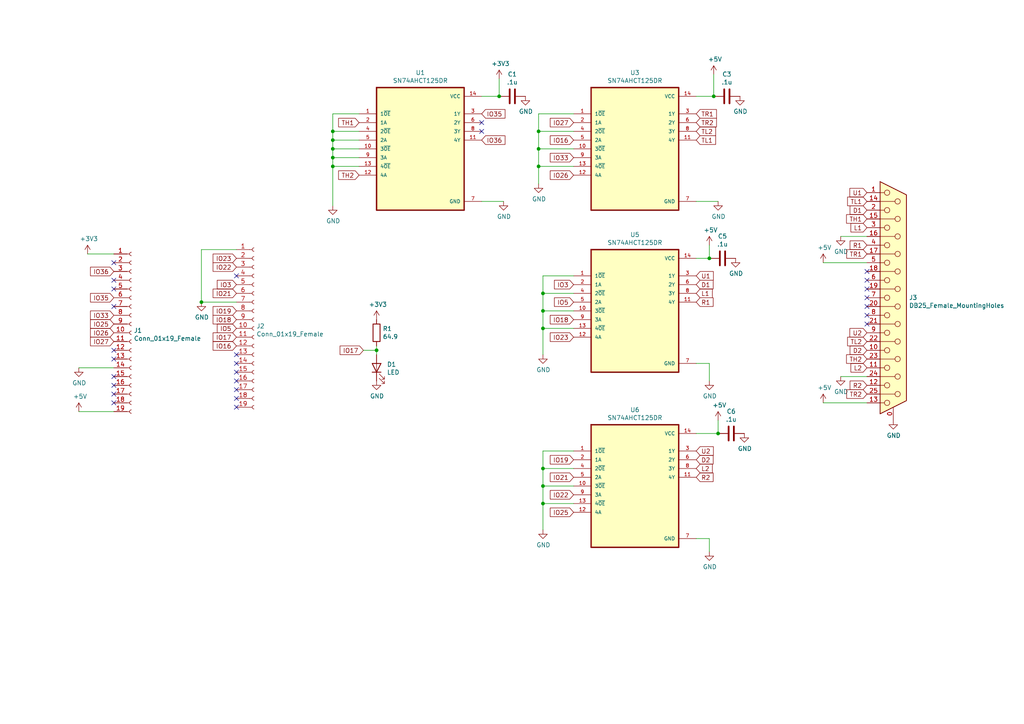
<source format=kicad_sch>
(kicad_sch (version 20211123) (generator eeschema)
  (paper "A4")
  (title_block (title "BlueRetro - Sega Genesis ESP32 Shield") (date "2021-12-26") (rev "1.0") (company "© 2021 Dubesinhower, licensed under CC-BY-4.0"))
  (lib_symbols
    (symbol "Connector:Conn_01x19_Female" (pin_names (offset 1.016) hide)
      (property "Reference" "J" (at 0 25.4 0))
      (property "Value" "Conn_01x19_Female" (at 0 -25.4 0))
      (symbol "Conn_01x19_Female_1_1"
        (arc (start 0 -22.352) (mid -0.508 -22.86) (end 0 -23.368) (stroke (width 0.1524)))
        (arc (start 0 -19.812) (mid -0.508 -20.32) (end 0 -20.828) (stroke (width 0.1524)))
        (arc (start 0 -17.272) (mid -0.508 -17.78) (end 0 -18.288) (stroke (width 0.1524)))
        (arc (start 0 -14.732) (mid -0.508 -15.24) (end 0 -15.748) (stroke (width 0.1524)))
        (arc (start 0 -12.192) (mid -0.508 -12.7) (end 0 -13.208) (stroke (width 0.1524)))
        (arc (start 0 -9.652) (mid -0.508 -10.16) (end 0 -10.668) (stroke (width 0.1524)))
        (arc (start 0 -7.112) (mid -0.508 -7.62) (end 0 -8.128) (stroke (width 0.1524)))
        (arc (start 0 -4.572) (mid -0.508 -5.08) (end 0 -5.588) (stroke (width 0.1524)))
        (arc (start 0 -2.032) (mid -0.508 -2.54) (end 0 -3.048) (stroke (width 0.1524)))
        (polyline (pts (xy -1.27 -22.86) (xy -0.508 -22.86)) (stroke (width 0.1524)))
        (polyline (pts (xy -1.27 -20.32) (xy -0.508 -20.32)) (stroke (width 0.1524)))
        (polyline (pts (xy -1.27 -17.78) (xy -0.508 -17.78)) (stroke (width 0.1524)))
        (polyline (pts (xy -1.27 -15.24) (xy -0.508 -15.24)) (stroke (width 0.1524)))
        (polyline (pts (xy -1.27 -12.7) (xy -0.508 -12.7)) (stroke (width 0.1524)))
        (polyline (pts (xy -1.27 -10.16) (xy -0.508 -10.16)) (stroke (width 0.1524)))
        (polyline (pts (xy -1.27 -7.62) (xy -0.508 -7.62)) (stroke (width 0.1524)))
        (polyline (pts (xy -1.27 -5.08) (xy -0.508 -5.08)) (stroke (width 0.1524)))
        (polyline (pts (xy -1.27 -2.54) (xy -0.508 -2.54)) (stroke (width 0.1524)))
        (polyline (pts (xy -1.27 0) (xy -0.508 0)) (stroke (width 0.1524)))
        (polyline (pts (xy -1.27 2.54) (xy -0.508 2.54)) (stroke (width 0.1524)))
        (polyline (pts (xy -1.27 5.08) (xy -0.508 5.08)) (stroke (width 0.1524)))
        (polyline (pts (xy -1.27 7.62) (xy -0.508 7.62)) (stroke (width 0.1524)))
        (polyline (pts (xy -1.27 10.16) (xy -0.508 10.16)) (stroke (width 0.1524)))
        (polyline (pts (xy -1.27 12.7) (xy -0.508 12.7)) (stroke (width 0.1524)))
        (polyline (pts (xy -1.27 15.24) (xy -0.508 15.24)) (stroke (width 0.1524)))
        (polyline (pts (xy -1.27 17.78) (xy -0.508 17.78)) (stroke (width 0.1524)))
        (polyline (pts (xy -1.27 20.32) (xy -0.508 20.32)) (stroke (width 0.1524)))
        (polyline (pts (xy -1.27 22.86) (xy -0.508 22.86)) (stroke (width 0.1524)))
        (arc (start 0 0.508) (mid -0.508 0) (end 0 -0.508) (stroke (width 0.1524)))
        (arc (start 0 3.048) (mid -0.508 2.54) (end 0 2.032) (stroke (width 0.1524)))
        (arc (start 0 5.588) (mid -0.508 5.08) (end 0 4.572) (stroke (width 0.1524)))
        (arc (start 0 8.128) (mid -0.508 7.62) (end 0 7.112) (stroke (width 0.1524)))
        (arc (start 0 10.668) (mid -0.508 10.16) (end 0 9.652) (stroke (width 0.1524)))
        (arc (start 0 13.208) (mid -0.508 12.7) (end 0 12.192) (stroke (width 0.1524)))
        (arc (start 0 15.748) (mid -0.508 15.24) (end 0 14.732) (stroke (width 0.1524)))
        (arc (start 0 18.288) (mid -0.508 17.78) (end 0 17.272) (stroke (width 0.1524)))
        (arc (start 0 20.828) (mid -0.508 20.32) (end 0 19.812) (stroke (width 0.1524)))
        (arc (start 0 23.368) (mid -0.508 22.86) (end 0 22.352) (stroke (width 0.1524)))
        (pin passive line (at -5.08 22.86 0) (length 3.81) (name "Pin_1") (number "1"))
        (pin passive line (at -5.08 0 0) (length 3.81) (name "Pin_10") (number "10"))
        (pin passive line (at -5.08 -2.54 0) (length 3.81) (name "Pin_11") (number "11"))
        (pin passive line (at -5.08 -5.08 0) (length 3.81) (name "Pin_12") (number "12"))
        (pin passive line (at -5.08 -7.62 0) (length 3.81) (name "Pin_13") (number "13"))
        (pin passive line (at -5.08 -10.16 0) (length 3.81) (name "Pin_14") (number "14"))
        (pin passive line (at -5.08 -12.7 0) (length 3.81) (name "Pin_15") (number "15"))
        (pin passive line (at -5.08 -15.24 0) (length 3.81) (name "Pin_16") (number "16"))
        (pin passive line (at -5.08 -17.78 0) (length 3.81) (name "Pin_17") (number "17"))
        (pin passive line (at -5.08 -20.32 0) (length 3.81) (name "Pin_18") (number "18"))
        (pin passive line (at -5.08 -22.86 0) (length 3.81) (name "Pin_19") (number "19"))
        (pin passive line (at -5.08 20.32 0) (length 3.81) (name "Pin_2") (number "2"))
        (pin passive line (at -5.08 17.78 0) (length 3.81) (name "Pin_3") (number "3"))
        (pin passive line (at -5.08 15.24 0) (length 3.81) (name "Pin_4") (number "4"))
        (pin passive line (at -5.08 12.7 0) (length 3.81) (name "Pin_5") (number "5"))
        (pin passive line (at -5.08 10.16 0) (length 3.81) (name "Pin_6") (number "6"))
        (pin passive line (at -5.08 7.62 0) (length 3.81) (name "Pin_7") (number "7"))
        (pin passive line (at -5.08 5.08 0) (length 3.81) (name "Pin_8") (number "8"))
        (pin passive line (at -5.08 2.54 0) (length 3.81) (name "Pin_9") (number "9"))
      )
    )
    (symbol "Connector:DB25_Female_MountingHoles" (pin_names (offset 1.016) hide)
      (property "Reference" "J" (at 0 36.83 0))
      (property "Value" "DB25_Female_MountingHoles" (at 0 34.925 0))
      (symbol "DB25_Female_MountingHoles_0_1"
        (circle (center -1.778 -30.48) (radius 0.762))
        (circle (center -1.778 -25.4) (radius 0.762))
        (circle (center -1.778 -20.32) (radius 0.762))
        (circle (center -1.778 -15.24) (radius 0.762))
        (circle (center -1.778 -10.16) (radius 0.762))
        (circle (center -1.778 -5.08) (radius 0.762))
        (circle (center -1.778 0) (radius 0.762))
        (circle (center -1.778 5.08) (radius 0.762))
        (circle (center -1.778 10.16) (radius 0.762))
        (circle (center -1.778 15.24) (radius 0.762))
        (circle (center -1.778 20.32) (radius 0.762))
        (circle (center -1.778 25.4) (radius 0.762))
        (circle (center -1.778 30.48) (radius 0.762))
        (polyline (pts (xy -3.81 -30.48) (xy -2.54 -30.48)))
        (polyline (pts (xy -3.81 -27.94) (xy 0.508 -27.94)))
        (polyline (pts (xy -3.81 -25.4) (xy -2.54 -25.4)))
        (polyline (pts (xy -3.81 -22.86) (xy 0.508 -22.86)))
        (polyline (pts (xy -3.81 -20.32) (xy -2.54 -20.32)))
        (polyline (pts (xy -3.81 -17.78) (xy 0.508 -17.78)))
        (polyline (pts (xy -3.81 -15.24) (xy -2.54 -15.24)))
        (polyline (pts (xy -3.81 -12.7) (xy 0.508 -12.7)))
        (polyline (pts (xy -3.81 -10.16) (xy -2.54 -10.16)))
        (polyline (pts (xy -3.81 -7.62) (xy 0.508 -7.62)))
        (polyline (pts (xy -3.81 -5.08) (xy -2.54 -5.08)))
        (polyline (pts (xy -3.81 -2.54) (xy 0.508 -2.54)))
        (polyline (pts (xy -3.81 0) (xy -2.54 0)))
        (polyline (pts (xy -3.81 2.54) (xy 0.508 2.54)))
        (polyline (pts (xy -3.81 5.08) (xy -2.54 5.08)))
        (polyline (pts (xy -3.81 7.62) (xy 0.508 7.62)))
        (polyline (pts (xy -3.81 10.16) (xy -2.54 10.16)))
        (polyline (pts (xy -3.81 12.7) (xy 0.508 12.7)))
        (polyline (pts (xy -3.81 15.24) (xy -2.54 15.24)))
        (polyline (pts (xy -3.81 17.78) (xy 0.508 17.78)))
        (polyline (pts (xy -3.81 20.32) (xy -2.54 20.32)))
        (polyline (pts (xy -3.81 22.86) (xy 0.508 22.86)))
        (polyline (pts (xy -3.81 25.4) (xy -2.54 25.4)))
        (polyline (pts (xy -3.81 27.94) (xy 0.508 27.94)))
        (polyline (pts (xy -3.81 30.48) (xy -2.54 30.48)))
        (polyline (pts (xy -3.81 33.655) (xy 3.81 29.845) (xy 3.81 -29.845) (xy -3.81 -33.655) (xy -3.81 33.655)) (stroke (width 0.254)) (fill (type background)))
        (circle (center 1.27 -27.94) (radius 0.762))
        (circle (center 1.27 -22.86) (radius 0.762))
        (circle (center 1.27 -17.78) (radius 0.762))
        (circle (center 1.27 -12.7) (radius 0.762))
        (circle (center 1.27 -7.62) (radius 0.762))
        (circle (center 1.27 -2.54) (radius 0.762))
        (circle (center 1.27 2.54) (radius 0.762))
        (circle (center 1.27 7.62) (radius 0.762))
        (circle (center 1.27 12.7) (radius 0.762))
        (circle (center 1.27 17.78) (radius 0.762))
        (circle (center 1.27 22.86) (radius 0.762))
        (circle (center 1.27 27.94) (radius 0.762))
      )
      (symbol "DB25_Female_MountingHoles_1_1"
        (pin passive line (at 0 -35.56 90) (length 3.81) (name "PAD") (number "0"))
        (pin passive line (at -7.62 30.48 0) (length 3.81) (name "1") (number "1"))
        (pin passive line (at -7.62 -15.24 0) (length 3.81) (name "10") (number "10"))
        (pin passive line (at -7.62 -20.32 0) (length 3.81) (name "11") (number "11"))
        (pin passive line (at -7.62 -25.4 0) (length 3.81) (name "12") (number "12"))
        (pin passive line (at -7.62 -30.48 0) (length 3.81) (name "13") (number "13"))
        (pin passive line (at -7.62 27.94 0) (length 3.81) (name "P14") (number "14"))
        (pin passive line (at -7.62 22.86 0) (length 3.81) (name "P15") (number "15"))
        (pin passive line (at -7.62 17.78 0) (length 3.81) (name "P16") (number "16"))
        (pin passive line (at -7.62 12.7 0) (length 3.81) (name "P17") (number "17"))
        (pin passive line (at -7.62 7.62 0) (length 3.81) (name "P18") (number "18"))
        (pin passive line (at -7.62 2.54 0) (length 3.81) (name "P19") (number "19"))
        (pin passive line (at -7.62 25.4 0) (length 3.81) (name "2") (number "2"))
        (pin passive line (at -7.62 -2.54 0) (length 3.81) (name "P20") (number "20"))
        (pin passive line (at -7.62 -7.62 0) (length 3.81) (name "P21") (number "21"))
        (pin passive line (at -7.62 -12.7 0) (length 3.81) (name "P22") (number "22"))
        (pin passive line (at -7.62 -17.78 0) (length 3.81) (name "P23") (number "23"))
        (pin passive line (at -7.62 -22.86 0) (length 3.81) (name "P24") (number "24"))
        (pin passive line (at -7.62 -27.94 0) (length 3.81) (name "P25") (number "25"))
        (pin passive line (at -7.62 20.32 0) (length 3.81) (name "3") (number "3"))
        (pin passive line (at -7.62 15.24 0) (length 3.81) (name "4") (number "4"))
        (pin passive line (at -7.62 10.16 0) (length 3.81) (name "5") (number "5"))
        (pin passive line (at -7.62 5.08 0) (length 3.81) (name "6") (number "6"))
        (pin passive line (at -7.62 0 0) (length 3.81) (name "7") (number "7"))
        (pin passive line (at -7.62 -5.08 0) (length 3.81) (name "8") (number "8"))
        (pin passive line (at -7.62 -10.16 0) (length 3.81) (name "9") (number "9"))
      )
    )
    (symbol "Device:C" (pin_numbers hide) (pin_names (offset 0.254))
      (property "Reference" "C" (at 0.635 2.54 0))
      (property "Value" "C" (at 0.635 -2.54 0))
      (symbol "C_0_1"
        (polyline (pts (xy -2.032 -0.762) (xy 2.032 -0.762)) (stroke (width 0.508)))
        (polyline (pts (xy -2.032 0.762) (xy 2.032 0.762)) (stroke (width 0.508)))
      )
      (symbol "C_1_1"
        (pin passive line (at 0 3.81 270) (length 2.794) (name "~") (number "1"))
        (pin passive line (at 0 -3.81 90) (length 2.794) (name "~") (number "2"))
      )
    )
    (symbol "Device:LED" (pin_numbers hide) (pin_names (offset 1.016) hide)
      (property "Reference" "D" (at 0 2.54 0))
      (property "Value" "LED" (at 0 -2.54 0))
      (symbol "LED_0_1"
        (polyline (pts (xy -1.27 -1.27) (xy -1.27 1.27)) (stroke (width 0.254)))
        (polyline (pts (xy -1.27 0) (xy 1.27 0)))
        (polyline (pts (xy 1.27 -1.27) (xy 1.27 1.27) (xy -1.27 0) (xy 1.27 -1.27)) (stroke (width 0.254)))
        (polyline (pts (xy -3.048 -0.762) (xy -4.572 -2.286) (xy -3.81 -2.286) (xy -4.572 -2.286) (xy -4.572 -1.524)))
        (polyline (pts (xy -1.778 -0.762) (xy -3.302 -2.286) (xy -2.54 -2.286) (xy -3.302 -2.286) (xy -3.302 -1.524)))
      )
      (symbol "LED_1_1"
        (pin passive line (at -3.81 0 0) (length 2.54) (name "K") (number "1"))
        (pin passive line (at 3.81 0 180) (length 2.54) (name "A") (number "2"))
      )
    )
    (symbol "Device:R" (pin_numbers hide) (pin_names (offset 0))
      (property "Reference" "R" (at 2.032 0 90))
      (property "Value" "R" (at 0 0 90))
      (symbol "R_0_1"
        (rectangle (start -1.016 -2.54) (end 1.016 2.54) (stroke (width 0.254)))
      )
      (symbol "R_1_1"
        (pin passive line (at 0 3.81 270) (length 1.27) (name "~") (number "1"))
        (pin passive line (at 0 -3.81 90) (length 1.27) (name "~") (number "2"))
      )
    )
    (symbol "SN74AHCT125DR:SN74AHCT125DR" (pin_names (offset 1.016))
      (property "Reference" "U" (at -12.7 18.7706 0))
      (property "Value" "SN74AHCT125DR_SN74AHCT125DR" (at -12.7 -21.7678 0))
      (symbol "SN74AHCT125DR_0_0"
        (rectangle (start -12.7 -17.78) (end 12.7 17.78) (stroke (width 0.4064)) (fill (type background)))
        (pin input line (at -17.78 10.16 0) (length 5.08) (name "1~{OE}") (number "1"))
        (pin input line (at -17.78 0 0) (length 5.08) (name "3~{OE}") (number "10"))
        (pin output line (at 17.78 2.54 180) (length 5.08) (name "4Y") (number "11"))
        (pin input line (at -17.78 -7.62 0) (length 5.08) (name "4A") (number "12"))
        (pin input line (at -17.78 -5.08 0) (length 5.08) (name "4~{OE}") (number "13"))
        (pin power_in line (at 17.78 15.24 180) (length 5.08) (name "VCC") (number "14"))
        (pin input line (at -17.78 7.62 0) (length 5.08) (name "1A") (number "2"))
        (pin output line (at 17.78 10.16 180) (length 5.08) (name "1Y") (number "3"))
        (pin input line (at -17.78 5.08 0) (length 5.08) (name "2~{OE}") (number "4"))
        (pin input line (at -17.78 2.54 0) (length 5.08) (name "2A") (number "5"))
        (pin output line (at 17.78 7.62 180) (length 5.08) (name "2Y") (number "6"))
        (pin power_in line (at 17.78 -15.24 180) (length 5.08) (name "GND") (number "7"))
        (pin output line (at 17.78 5.08 180) (length 5.08) (name "3Y") (number "8"))
        (pin input line (at -17.78 -2.54 0) (length 5.08) (name "3A") (number "9"))
      )
    )
    (symbol "power:+3.3V" (power) (pin_names (offset 0))
      (property "Value" "+3.3V" (at 0 3.556 0))
      (symbol "+3.3V_0_1"
        (polyline (pts (xy -0.762 1.27) (xy 0 2.54)))
        (polyline (pts (xy 0 0) (xy 0 2.54)))
        (polyline (pts (xy 0 2.54) (xy 0.762 1.27)))
      )
      (symbol "+3.3V_1_1"
        (pin power_in line (at 0 0 90) (length 0) hide (name "+3V3") (number "1"))
      )
    )
    (symbol "power:+5V" (power) (pin_names (offset 0))
      (property "Value" "+5V" (at 0 3.556 0))
      (symbol "+5V_0_1"
        (polyline (pts (xy -0.762 1.27) (xy 0 2.54)))
        (polyline (pts (xy 0 0) (xy 0 2.54)))
        (polyline (pts (xy 0 2.54) (xy 0.762 1.27)))
      )
      (symbol "+5V_1_1"
        (pin power_in line (at 0 0 90) (length 0) hide (name "+5V") (number "1"))
      )
    )
    (symbol "power:GND" (power) (pin_names (offset 0))
      (property "Value" "GND" (at 0 -3.81 0))
      (symbol "GND_0_1"
        (polyline (pts (xy 0 0) (xy 0 -1.27) (xy 1.27 -1.27) (xy 0 -2.54) (xy -1.27 -1.27) (xy 0 -1.27)))
      )
      (symbol "GND_1_1"
        (pin power_in line (at 0 0 270) (length 0) hide (name "GND") (number "1"))
      )
    )
  )
  (junction (at 157.48 135.89))
  (junction (at 156.21 48.26))
  (junction (at 96.52 45.72))
  (junction (at 207.01 27.94))
  (junction (at 205.74 74.93))
  (junction (at 96.52 48.26))
  (junction (at 96.52 40.64))
  (junction (at 58.42 87.63))
  (junction (at 96.52 38.1))
  (junction (at 157.48 140.97))
  (junction (at 144.78 27.94))
  (junction (at 157.48 146.05))
  (junction (at 208.28 125.73))
  (junction (at 96.52 43.18))
  (junction (at 109.22 101.6))
  (junction (at 157.48 85.09))
  (junction (at 156.21 38.1))
  (junction (at 156.21 43.18))
  (junction (at 157.48 90.17))
  (junction (at 157.48 95.25))
  (no_connect (at 68.58 80.01))
  (no_connect (at 68.58 110.49))
  (no_connect (at 33.02 76.2))
  (no_connect (at 251.46 93.98))
  (no_connect (at 251.46 86.36))
  (no_connect (at 33.02 116.84))
  (no_connect (at 251.46 81.28))
  (no_connect (at 33.02 88.9))
  (no_connect (at 33.02 114.3))
  (no_connect (at 139.7 35.56))
  (no_connect (at 68.58 107.95))
  (no_connect (at 68.58 118.11))
  (no_connect (at 68.58 113.03))
  (no_connect (at 33.02 81.28))
  (no_connect (at 33.02 101.6))
  (no_connect (at 68.58 115.57))
  (no_connect (at 68.58 102.87))
  (no_connect (at 68.58 105.41))
  (no_connect (at 251.46 91.44))
  (no_connect (at 251.46 78.74))
  (no_connect (at 33.02 109.22))
  (no_connect (at 33.02 104.14))
  (no_connect (at 139.7 38.1))
  (no_connect (at 251.46 83.82))
  (no_connect (at 33.02 83.82))
  (no_connect (at 33.02 111.76))
  (no_connect (at 251.46 88.9))
  (wire (pts (xy 251.46 116.84) (xy 238.76 116.84)))
  (wire (pts (xy 166.37 146.05) (xy 157.48 146.05)))
  (wire (pts (xy 139.7 58.42) (xy 146.05 58.42)))
  (wire (pts (xy 96.52 38.1) (xy 104.14 38.1)))
  (wire (pts (xy 201.93 105.41) (xy 205.74 105.41)))
  (wire (pts (xy 157.48 135.89) (xy 157.48 130.81)))
  (wire (pts (xy 33.02 119.38) (xy 22.86 119.38)))
  (wire (pts (xy 166.37 85.09) (xy 157.48 85.09)))
  (wire (pts (xy 157.48 95.25) (xy 157.48 102.87)))
  (wire (pts (xy 156.21 33.02) (xy 156.21 38.1)))
  (wire (pts (xy 156.21 43.18) (xy 156.21 48.26)))
  (wire (pts (xy 96.52 48.26) (xy 96.52 59.69)))
  (wire (pts (xy 58.42 72.39) (xy 68.58 72.39)))
  (wire (pts (xy 166.37 140.97) (xy 157.48 140.97)))
  (wire (pts (xy 33.02 73.66) (xy 25.4 73.66)))
  (wire (pts (xy 251.46 76.2) (xy 238.76 76.2)))
  (wire (pts (xy 58.42 87.63) (xy 58.42 72.39)))
  (wire (pts (xy 201.93 58.42) (xy 208.28 58.42)))
  (wire (pts (xy 157.48 140.97) (xy 157.48 135.89)))
  (wire (pts (xy 96.52 33.02) (xy 96.52 38.1)))
  (wire (pts (xy 109.22 101.6) (xy 109.22 102.87)))
  (wire (pts (xy 156.21 48.26) (xy 156.21 53.34)))
  (wire (pts (xy 96.52 43.18) (xy 104.14 43.18)))
  (wire (pts (xy 166.37 33.02) (xy 156.21 33.02)))
  (wire (pts (xy 201.93 156.21) (xy 205.74 156.21)))
  (wire (pts (xy 109.22 100.33) (xy 109.22 101.6)))
  (wire (pts (xy 201.93 74.93) (xy 205.74 74.93)))
  (wire (pts (xy 201.93 27.94) (xy 207.01 27.94)))
  (wire (pts (xy 157.48 146.05) (xy 157.48 140.97)))
  (wire (pts (xy 96.52 43.18) (xy 96.52 45.72)))
  (wire (pts (xy 68.58 87.63) (xy 58.42 87.63)))
  (wire (pts (xy 251.46 109.22) (xy 243.84 109.22)))
  (wire (pts (xy 166.37 48.26) (xy 156.21 48.26)))
  (wire (pts (xy 157.48 80.01) (xy 157.48 85.09)))
  (wire (pts (xy 166.37 90.17) (xy 157.48 90.17)))
  (wire (pts (xy 96.52 48.26) (xy 104.14 48.26)))
  (wire (pts (xy 156.21 38.1) (xy 156.21 43.18)))
  (wire (pts (xy 96.52 33.02) (xy 104.14 33.02)))
  (wire (pts (xy 157.48 146.05) (xy 157.48 153.67)))
  (wire (pts (xy 207.01 27.94) (xy 207.01 21.59)))
  (wire (pts (xy 205.74 74.93) (xy 205.74 71.12)))
  (wire (pts (xy 144.78 27.94) (xy 144.78 22.86)))
  (wire (pts (xy 166.37 38.1) (xy 156.21 38.1)))
  (wire (pts (xy 166.37 95.25) (xy 157.48 95.25)))
  (wire (pts (xy 96.52 45.72) (xy 104.14 45.72)))
  (wire (pts (xy 96.52 38.1) (xy 96.52 40.64)))
  (wire (pts (xy 104.14 40.64) (xy 96.52 40.64)))
  (wire (pts (xy 157.48 130.81) (xy 166.37 130.81)))
  (wire (pts (xy 166.37 80.01) (xy 157.48 80.01)))
  (wire (pts (xy 96.52 45.72) (xy 96.52 48.26)))
  (wire (pts (xy 139.7 27.94) (xy 144.78 27.94)))
  (wire (pts (xy 208.28 125.73) (xy 208.28 121.92)))
  (wire (pts (xy 157.48 90.17) (xy 157.48 95.25)))
  (wire (pts (xy 251.46 68.58) (xy 243.84 68.58)))
  (wire (pts (xy 201.93 125.73) (xy 208.28 125.73)))
  (wire (pts (xy 33.02 106.68) (xy 22.86 106.68)))
  (wire (pts (xy 157.48 85.09) (xy 157.48 90.17)))
  (wire (pts (xy 166.37 43.18) (xy 156.21 43.18)))
  (wire (pts (xy 96.52 40.64) (xy 96.52 43.18)))
  (wire (pts (xy 109.22 101.6) (xy 105.41 101.6)))
  (wire (pts (xy 205.74 156.21) (xy 205.74 160.02)))
  (wire (pts (xy 166.37 135.89) (xy 157.48 135.89)))
  (wire (pts (xy 205.74 105.41) (xy 205.74 110.49)))
  (global_label "IO18" (shape input) (at 166.37 92.71 180) (property "Intersheet References" "${INTERSHEET_REFS}" (effects hide)))
  (global_label "IO3" (shape input) (at 166.37 82.55 180) (property "Intersheet References" "${INTERSHEET_REFS}" (effects hide)))
  (global_label "TR2" (shape input) (at 251.46 114.3 180) (property "Intersheet References" "${INTERSHEET_REFS}" (effects hide)))
  (global_label "U1" (shape input) (at 251.46 55.88 180) (property "Intersheet References" "${INTERSHEET_REFS}" (effects hide)))
  (global_label "IO22" (shape input) (at 166.37 143.51 180) (property "Intersheet References" "${INTERSHEET_REFS}" (effects hide)))
  (global_label "TL1" (shape input) (at 201.93 40.64 0) (property "Intersheet References" "${INTERSHEET_REFS}" (effects hide)))
  (global_label "TL2" (shape input) (at 251.46 99.06 180) (property "Intersheet References" "${INTERSHEET_REFS}" (effects hide)))
  (global_label "IO36" (shape input) (at 139.7 40.64 0) (property "Intersheet References" "${INTERSHEET_REFS}" (effects hide)))
  (global_label "R1" (shape input) (at 251.46 71.12 180) (property "Intersheet References" "${INTERSHEET_REFS}" (effects hide)))
  (global_label "D1" (shape input) (at 251.46 60.96 180) (property "Intersheet References" "${INTERSHEET_REFS}" (effects hide)))
  (global_label "IO3" (shape input) (at 68.58 82.55 180) (property "Intersheet References" "${INTERSHEET_REFS}" (effects hide)))
  (global_label "TH1" (shape input) (at 104.14 35.56 180) (property "Intersheet References" "${INTERSHEET_REFS}" (effects hide)))
  (global_label "U2" (shape input) (at 201.93 130.81 0) (property "Intersheet References" "${INTERSHEET_REFS}" (effects hide)))
  (global_label "IO16" (shape input) (at 166.37 40.64 180) (property "Intersheet References" "${INTERSHEET_REFS}" (effects hide)))
  (global_label "IO5" (shape input) (at 68.58 95.25 180) (property "Intersheet References" "${INTERSHEET_REFS}" (effects hide)))
  (global_label "IO35" (shape input) (at 139.7 33.02 0) (property "Intersheet References" "${INTERSHEET_REFS}" (effects hide)))
  (global_label "TH2" (shape input) (at 251.46 104.14 180) (property "Intersheet References" "${INTERSHEET_REFS}" (effects hide)))
  (global_label "R2" (shape input) (at 251.46 111.76 180) (property "Intersheet References" "${INTERSHEET_REFS}" (effects hide)))
  (global_label "D2" (shape input) (at 201.93 133.35 0) (property "Intersheet References" "${INTERSHEET_REFS}" (effects hide)))
  (global_label "TR1" (shape input) (at 251.46 73.66 180) (property "Intersheet References" "${INTERSHEET_REFS}" (effects hide)))
  (global_label "U1" (shape input) (at 201.93 80.01 0) (property "Intersheet References" "${INTERSHEET_REFS}" (effects hide)))
  (global_label "L1" (shape input) (at 201.93 85.09 0) (property "Intersheet References" "${INTERSHEET_REFS}" (effects hide)))
  (global_label "IO19" (shape input) (at 166.37 133.35 180) (property "Intersheet References" "${INTERSHEET_REFS}" (effects hide)))
  (global_label "IO19" (shape input) (at 68.58 90.17 180) (property "Intersheet References" "${INTERSHEET_REFS}" (effects hide)))
  (global_label "D1" (shape input) (at 201.93 82.55 0) (property "Intersheet References" "${INTERSHEET_REFS}" (effects hide)))
  (global_label "IO21" (shape input) (at 166.37 138.43 180) (property "Intersheet References" "${INTERSHEET_REFS}" (effects hide)))
  (global_label "R1" (shape input) (at 201.93 87.63 0) (property "Intersheet References" "${INTERSHEET_REFS}" (effects hide)))
  (global_label "D2" (shape input) (at 251.46 101.6 180) (property "Intersheet References" "${INTERSHEET_REFS}" (effects hide)))
  (global_label "IO23" (shape input) (at 166.37 97.79 180) (property "Intersheet References" "${INTERSHEET_REFS}" (effects hide)))
  (global_label "IO5" (shape input) (at 166.37 87.63 180) (property "Intersheet References" "${INTERSHEET_REFS}" (effects hide)))
  (global_label "IO33" (shape input) (at 33.02 91.44 180) (property "Intersheet References" "${INTERSHEET_REFS}" (effects hide)))
  (global_label "IO23" (shape input) (at 68.58 74.93 180) (property "Intersheet References" "${INTERSHEET_REFS}" (effects hide)))
  (global_label "IO22" (shape input) (at 68.58 77.47 180) (property "Intersheet References" "${INTERSHEET_REFS}" (effects hide)))
  (global_label "TH2" (shape input) (at 104.14 50.8 180) (property "Intersheet References" "${INTERSHEET_REFS}" (effects hide)))
  (global_label "R2" (shape input) (at 201.93 138.43 0) (property "Intersheet References" "${INTERSHEET_REFS}" (effects hide)))
  (global_label "U2" (shape input) (at 251.46 96.52 180) (property "Intersheet References" "${INTERSHEET_REFS}" (effects hide)))
  (global_label "IO18" (shape input) (at 68.58 92.71 180) (property "Intersheet References" "${INTERSHEET_REFS}" (effects hide)))
  (global_label "IO21" (shape input) (at 68.58 85.09 180) (property "Intersheet References" "${INTERSHEET_REFS}" (effects hide)))
  (global_label "TR1" (shape input) (at 201.93 33.02 0) (property "Intersheet References" "${INTERSHEET_REFS}" (effects hide)))
  (global_label "IO17" (shape input) (at 68.58 97.79 180) (property "Intersheet References" "${INTERSHEET_REFS}" (effects hide)))
  (global_label "IO26" (shape input) (at 166.37 50.8 180) (property "Intersheet References" "${INTERSHEET_REFS}" (effects hide)))
  (global_label "TL1" (shape input) (at 251.46 58.42 180) (property "Intersheet References" "${INTERSHEET_REFS}" (effects hide)))
  (global_label "TR2" (shape input) (at 201.93 35.56 0) (property "Intersheet References" "${INTERSHEET_REFS}" (effects hide)))
  (global_label "TL2" (shape input) (at 201.93 38.1 0) (property "Intersheet References" "${INTERSHEET_REFS}" (effects hide)))
  (global_label "L2" (shape input) (at 251.46 106.68 180) (property "Intersheet References" "${INTERSHEET_REFS}" (effects hide)))
  (global_label "IO16" (shape input) (at 68.58 100.33 180) (property "Intersheet References" "${INTERSHEET_REFS}" (effects hide)))
  (global_label "IO17" (shape input) (at 105.41 101.6 180) (property "Intersheet References" "${INTERSHEET_REFS}" (effects hide)))
  (global_label "IO36" (shape input) (at 33.02 78.74 180) (property "Intersheet References" "${INTERSHEET_REFS}" (effects hide)))
  (global_label "IO25" (shape input) (at 166.37 148.59 180) (property "Intersheet References" "${INTERSHEET_REFS}" (effects hide)))
  (global_label "IO25" (shape input) (at 33.02 93.98 180) (property "Intersheet References" "${INTERSHEET_REFS}" (effects hide)))
  (global_label "IO27" (shape input) (at 166.37 35.56 180) (property "Intersheet References" "${INTERSHEET_REFS}" (effects hide)))
  (global_label "TH1" (shape input) (at 251.46 63.5 180) (property "Intersheet References" "${INTERSHEET_REFS}" (effects hide)))
  (global_label "L1" (shape input) (at 251.46 66.04 180) (property "Intersheet References" "${INTERSHEET_REFS}" (effects hide)))
  (global_label "IO27" (shape input) (at 33.02 99.06 180) (property "Intersheet References" "${INTERSHEET_REFS}" (effects hide)))
  (global_label "IO35" (shape input) (at 33.02 86.36 180) (property "Intersheet References" "${INTERSHEET_REFS}" (effects hide)))
  (global_label "IO33" (shape input) (at 166.37 45.72 180) (property "Intersheet References" "${INTERSHEET_REFS}" (effects hide)))
  (global_label "L2" (shape input) (at 201.93 135.89 0) (property "Intersheet References" "${INTERSHEET_REFS}" (effects hide)))
  (global_label "IO26" (shape input) (at 33.02 96.52 180) (property "Intersheet References" "${INTERSHEET_REFS}" (effects hide)))
  (symbol (lib_id "SN74AHCT125DR:SN74AHCT125DR") (at 121.92 43.18 0) (unit 1)
    (property "Reference" "U1" (at 121.92 21.082 0))
    (property "Value" "SN74AHCT125DR" (at 121.92 23.3934 0))
    (property "Footprint" "SN74AHCT125DR:SOIC127P600X175-14N" (effects hide))
  )
  (symbol (lib_id "SN74AHCT125DR:SN74AHCT125DR") (at 184.15 43.18 0) (unit 1)
    (property "Reference" "U3" (at 184.15 21.082 0))
    (property "Value" "SN74AHCT125DR" (at 184.15 23.3934 0))
    (property "Footprint" "SN74AHCT125DR:SOIC127P600X175-14N" (effects hide))
  )
  (symbol (lib_id "SN74AHCT125DR:SN74AHCT125DR") (at 184.15 90.17 0) (unit 1)
    (property "Reference" "U5" (at 184.15 68.072 0))
    (property "Value" "SN74AHCT125DR" (at 184.15 70.3834 0))
    (property "Footprint" "SN74AHCT125DR:SOIC127P600X175-14N" (effects hide))
  )
  (symbol (lib_id "SN74AHCT125DR:SN74AHCT125DR") (at 184.15 140.97 0) (unit 1)
    (property "Reference" "U6" (at 184.15 118.872 0))
    (property "Value" "SN74AHCT125DR" (at 184.15 121.1834 0))
    (property "Footprint" "SN74AHCT125DR:SOIC127P600X175-14N" (effects hide))
  )
  (symbol (lib_id "Connector:Conn_01x19_Female") (at 38.1 96.52 0) (unit 1)
    (property "Reference" "J1" (at 38.8112 95.8596 0) (effects (justify left)))
    (property "Value" "Conn_01x19_Female" (at 38.8112 98.171 0) (effects (justify left)))
    (property "Footprint" "Connector_PinSocket_2.54mm:PinSocket_1x19_P2.54mm_Vertical" (effects hide))
  )
  (symbol (lib_id "Connector:Conn_01x19_Female") (at 73.66 95.25 0) (unit 1)
    (property "Reference" "J2" (at 74.3712 94.5896 0) (effects (justify left)))
    (property "Value" "Conn_01x19_Female" (at 74.3712 96.901 0) (effects (justify left)))
    (property "Footprint" "Connector_PinSocket_2.54mm:PinSocket_1x19_P2.54mm_Vertical" (effects hide))
  )
  (symbol (lib_id "power:GND") (at 96.52 59.69 0) (unit 1)
    (property "Reference" "#PWR0103" (effects hide))
    (property "Value" "GND" (at 96.647 64.0842 0))
  )
  (symbol (lib_id "power:+3.3V") (at 144.78 22.86 0) (unit 1)
    (property "Reference" "#PWR0101" (effects hide))
    (property "Value" "+3.3V" (at 145.161 18.4658 0))
  )
  (symbol (lib_id "power:GND") (at 146.05 58.42 0) (unit 1)
    (property "Reference" "#PWR0102" (effects hide))
    (property "Value" "GND" (at 146.177 62.8142 0))
  )
  (symbol (lib_id "power:+3.3V") (at 25.4 73.66 0) (unit 1)
    (property "Reference" "#PWR0104" (effects hide))
    (property "Value" "+3.3V" (at 25.781 69.2658 0))
  )
  (symbol (lib_id "power:GND") (at 208.28 58.42 0) (unit 1)
    (property "Reference" "#PWR0105" (effects hide))
    (property "Value" "GND" (at 208.407 62.8142 0))
  )
  (symbol (lib_id "power:+5V") (at 207.01 21.59 0) (unit 1)
    (property "Reference" "#PWR0106" (effects hide))
    (property "Value" "+5V" (at 207.391 17.1958 0))
  )
  (symbol (lib_id "power:+5V") (at 205.74 71.12 0) (unit 1)
    (property "Reference" "#PWR0109" (effects hide))
    (property "Value" "+5V" (at 206.121 66.7258 0))
  )
  (symbol (lib_id "power:+5V") (at 208.28 121.92 0) (unit 1)
    (property "Reference" "#PWR0116" (effects hide))
    (property "Value" "+5V" (at 208.661 117.5258 0))
  )
  (symbol (lib_id "power:GND") (at 205.74 110.49 0) (unit 1)
    (property "Reference" "#PWR0112" (effects hide))
    (property "Value" "GND" (at 205.867 114.8842 0))
  )
  (symbol (lib_id "power:GND") (at 205.74 160.02 0) (unit 1)
    (property "Reference" "#PWR0115" (effects hide))
    (property "Value" "GND" (at 205.867 164.4142 0))
  )
  (symbol (lib_id "power:GND") (at 156.21 53.34 0) (unit 1)
    (property "Reference" "#PWR0114" (effects hide))
    (property "Value" "GND" (at 156.337 57.7342 0))
  )
  (symbol (lib_id "power:GND") (at 157.48 102.87 0) (unit 1)
    (property "Reference" "#PWR0117" (effects hide))
    (property "Value" "GND" (at 157.607 107.2642 0))
  )
  (symbol (lib_id "power:GND") (at 157.48 153.67 0) (unit 1)
    (property "Reference" "#PWR0118" (effects hide))
    (property "Value" "GND" (at 157.607 158.0642 0))
  )
  (symbol (lib_id "power:GND") (at 22.86 106.68 0) (unit 1)
    (property "Reference" "#PWR0123" (effects hide))
    (property "Value" "GND" (at 22.987 111.0742 0))
  )
  (symbol (lib_id "power:+5V") (at 22.86 119.38 0) (unit 1)
    (property "Reference" "#PWR0124" (effects hide))
    (property "Value" "+5V" (at 23.241 114.9858 0))
  )
  (symbol (lib_id "power:GND") (at 58.42 87.63 0) (unit 1)
    (property "Reference" "#PWR0125" (effects hide))
    (property "Value" "GND" (at 58.547 92.0242 0))
  )
  (symbol (lib_id "Device:C") (at 148.59 27.94 270) (unit 1)
    (property "Reference" "C1" (at 148.59 21.5392 90))
    (property "Value" ".1u" (at 148.59 23.8506 90))
    (property "Footprint" "Capacitor_SMD:C_0603_1608Metric_Pad1.08x0.95mm_HandSolder" (effects hide))
  )
  (symbol (lib_id "Device:C") (at 210.82 27.94 270) (unit 1)
    (property "Reference" "C3" (at 210.82 21.5392 90))
    (property "Value" ".1u" (at 210.82 23.8506 90))
    (property "Footprint" "Capacitor_SMD:C_0603_1608Metric_Pad1.08x0.95mm_HandSolder" (effects hide))
  )
  (symbol (lib_id "Device:C") (at 212.09 125.73 270) (unit 1)
    (property "Reference" "C6" (at 212.09 119.3292 90))
    (property "Value" ".1u" (at 212.09 121.6406 90))
    (property "Footprint" "Capacitor_SMD:C_0603_1608Metric_Pad1.08x0.95mm_HandSolder" (effects hide))
  )
  (symbol (lib_id "Device:C") (at 209.55 74.93 270) (unit 1)
    (property "Reference" "C5" (at 209.55 68.5292 90))
    (property "Value" ".1u" (at 209.55 70.8406 90))
    (property "Footprint" "Capacitor_SMD:C_0603_1608Metric_Pad1.08x0.95mm_HandSolder" (effects hide))
  )
  (symbol (lib_id "power:GND") (at 152.4 27.94 0) (unit 1)
    (property "Reference" "#PWR0126" (effects hide))
    (property "Value" "GND" (at 152.527 32.3342 0))
  )
  (symbol (lib_id "power:GND") (at 215.9 125.73 0) (unit 1)
    (property "Reference" "#PWR0129" (effects hide))
    (property "Value" "GND" (at 216.027 130.1242 0))
  )
  (symbol (lib_id "power:GND") (at 213.36 74.93 0) (unit 1)
    (property "Reference" "#PWR0130" (effects hide))
    (property "Value" "GND" (at 213.487 79.3242 0))
  )
  (symbol (lib_id "power:GND") (at 214.63 27.94 0) (unit 1)
    (property "Reference" "#PWR0131" (effects hide))
    (property "Value" "GND" (at 214.757 32.3342 0))
  )
  (symbol (lib_id "Connector:DB25_Female_MountingHoles") (at 259.08 86.36 0) (unit 1)
    (property "Reference" "J3" (at 263.652 86.3092 0) (effects (justify left)))
    (property "Value" "DB25_Female_MountingHoles" (at 263.652 88.6206 0) (effects (justify left)))
    (property "Footprint" "Connector_Dsub:DSUB-25_Female_Horizontal_P2.77x2.84mm_EdgePinOffset7.70mm_Housed_MountingHolesOffset9.12mm" (effects hide))
    (property "Datasheet" " ~" (effects hide))
  )
  (symbol (lib_id "power:GND") (at 243.84 68.58 0) (unit 1)
    (property "Reference" "#PWR0107" (effects hide))
    (property "Value" "GND" (at 243.967 72.9742 0))
  )
  (symbol (lib_id "power:+5V") (at 238.76 76.2 0) (unit 1)
    (property "Reference" "#PWR0108" (effects hide))
    (property "Value" "+5V" (at 239.141 71.8058 0))
  )
  (symbol (lib_id "power:GND") (at 259.08 121.92 0) (unit 1)
    (property "Reference" "#PWR0110" (effects hide))
    (property "Value" "GND" (at 259.207 126.3142 0))
  )
  (symbol (lib_id "power:GND") (at 243.84 109.22 0) (unit 1)
    (property "Reference" "#PWR0111" (effects hide))
    (property "Value" "GND" (at 243.967 113.6142 0))
  )
  (symbol (lib_id "power:+5V") (at 238.76 116.84 0) (unit 1)
    (property "Reference" "#PWR0113" (effects hide))
    (property "Value" "+5V" (at 239.141 112.4458 0))
  )
  (symbol (lib_id "power:+3.3V") (at 109.22 92.71 0) (unit 1)
    (property "Reference" "#PWR0119" (effects hide))
    (property "Value" "+3.3V" (at 109.601 88.3158 0))
  )
  (symbol (lib_id "power:GND") (at 109.22 110.49 0) (unit 1)
    (property "Reference" "#PWR0120" (effects hide))
    (property "Value" "GND" (at 109.347 114.8842 0))
  )
  (symbol (lib_id "Device:R") (at 109.22 96.52 0) (unit 1)
    (property "Reference" "R1" (at 110.998 95.3516 0) (effects (justify left)))
    (property "Value" "64.9" (at 110.998 97.663 0) (effects (justify left)))
    (property "Footprint" "Resistor_SMD:R_0603_1608Metric" (effects hide))
  )
  (symbol (lib_id "Device:LED") (at 109.22 106.68 90) (unit 1)
    (property "Reference" "D1" (at 112.2172 105.6894 90) (effects (justify right)))
    (property "Value" "LED" (at 112.2172 108.0008 90) (effects (justify right)))
    (property "Footprint" "LED_SMD:LED_0603_1608Metric" (effects hide))
  )
)
</source>
